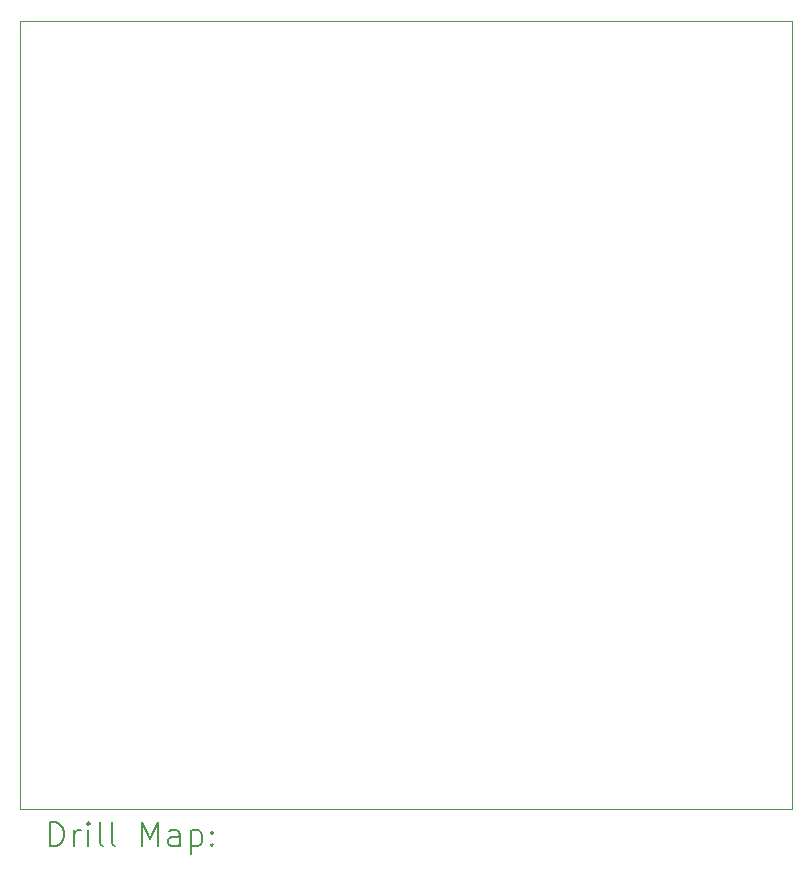
<source format=gbr>
%TF.GenerationSoftware,KiCad,Pcbnew,7.0.5*%
%TF.CreationDate,2023-06-14T13:19:43+10:00*%
%TF.ProjectId,NUcr,4e556372-2e6b-4696-9361-645f70636258,rev?*%
%TF.SameCoordinates,Original*%
%TF.FileFunction,Drillmap*%
%TF.FilePolarity,Positive*%
%FSLAX45Y45*%
G04 Gerber Fmt 4.5, Leading zero omitted, Abs format (unit mm)*
G04 Created by KiCad (PCBNEW 7.0.5) date 2023-06-14 13:19:43*
%MOMM*%
%LPD*%
G01*
G04 APERTURE LIST*
%ADD10C,0.100000*%
%ADD11C,0.200000*%
G04 APERTURE END LIST*
D10*
X6858000Y-5016500D02*
X13398500Y-5016500D01*
X13398500Y-11684000D01*
X6858000Y-11684000D01*
X6858000Y-5016500D01*
D11*
X7113777Y-12000484D02*
X7113777Y-11800484D01*
X7113777Y-11800484D02*
X7161396Y-11800484D01*
X7161396Y-11800484D02*
X7189967Y-11810008D01*
X7189967Y-11810008D02*
X7209015Y-11829055D01*
X7209015Y-11829055D02*
X7218539Y-11848103D01*
X7218539Y-11848103D02*
X7228062Y-11886198D01*
X7228062Y-11886198D02*
X7228062Y-11914769D01*
X7228062Y-11914769D02*
X7218539Y-11952865D01*
X7218539Y-11952865D02*
X7209015Y-11971912D01*
X7209015Y-11971912D02*
X7189967Y-11990960D01*
X7189967Y-11990960D02*
X7161396Y-12000484D01*
X7161396Y-12000484D02*
X7113777Y-12000484D01*
X7313777Y-12000484D02*
X7313777Y-11867150D01*
X7313777Y-11905246D02*
X7323301Y-11886198D01*
X7323301Y-11886198D02*
X7332824Y-11876674D01*
X7332824Y-11876674D02*
X7351872Y-11867150D01*
X7351872Y-11867150D02*
X7370920Y-11867150D01*
X7437586Y-12000484D02*
X7437586Y-11867150D01*
X7437586Y-11800484D02*
X7428062Y-11810008D01*
X7428062Y-11810008D02*
X7437586Y-11819531D01*
X7437586Y-11819531D02*
X7447110Y-11810008D01*
X7447110Y-11810008D02*
X7437586Y-11800484D01*
X7437586Y-11800484D02*
X7437586Y-11819531D01*
X7561396Y-12000484D02*
X7542348Y-11990960D01*
X7542348Y-11990960D02*
X7532824Y-11971912D01*
X7532824Y-11971912D02*
X7532824Y-11800484D01*
X7666158Y-12000484D02*
X7647110Y-11990960D01*
X7647110Y-11990960D02*
X7637586Y-11971912D01*
X7637586Y-11971912D02*
X7637586Y-11800484D01*
X7894729Y-12000484D02*
X7894729Y-11800484D01*
X7894729Y-11800484D02*
X7961396Y-11943341D01*
X7961396Y-11943341D02*
X8028062Y-11800484D01*
X8028062Y-11800484D02*
X8028062Y-12000484D01*
X8209015Y-12000484D02*
X8209015Y-11895722D01*
X8209015Y-11895722D02*
X8199491Y-11876674D01*
X8199491Y-11876674D02*
X8180443Y-11867150D01*
X8180443Y-11867150D02*
X8142348Y-11867150D01*
X8142348Y-11867150D02*
X8123301Y-11876674D01*
X8209015Y-11990960D02*
X8189967Y-12000484D01*
X8189967Y-12000484D02*
X8142348Y-12000484D01*
X8142348Y-12000484D02*
X8123301Y-11990960D01*
X8123301Y-11990960D02*
X8113777Y-11971912D01*
X8113777Y-11971912D02*
X8113777Y-11952865D01*
X8113777Y-11952865D02*
X8123301Y-11933817D01*
X8123301Y-11933817D02*
X8142348Y-11924293D01*
X8142348Y-11924293D02*
X8189967Y-11924293D01*
X8189967Y-11924293D02*
X8209015Y-11914769D01*
X8304253Y-11867150D02*
X8304253Y-12067150D01*
X8304253Y-11876674D02*
X8323301Y-11867150D01*
X8323301Y-11867150D02*
X8361396Y-11867150D01*
X8361396Y-11867150D02*
X8380443Y-11876674D01*
X8380443Y-11876674D02*
X8389967Y-11886198D01*
X8389967Y-11886198D02*
X8399491Y-11905246D01*
X8399491Y-11905246D02*
X8399491Y-11962388D01*
X8399491Y-11962388D02*
X8389967Y-11981436D01*
X8389967Y-11981436D02*
X8380443Y-11990960D01*
X8380443Y-11990960D02*
X8361396Y-12000484D01*
X8361396Y-12000484D02*
X8323301Y-12000484D01*
X8323301Y-12000484D02*
X8304253Y-11990960D01*
X8485205Y-11981436D02*
X8494729Y-11990960D01*
X8494729Y-11990960D02*
X8485205Y-12000484D01*
X8485205Y-12000484D02*
X8475682Y-11990960D01*
X8475682Y-11990960D02*
X8485205Y-11981436D01*
X8485205Y-11981436D02*
X8485205Y-12000484D01*
X8485205Y-11876674D02*
X8494729Y-11886198D01*
X8494729Y-11886198D02*
X8485205Y-11895722D01*
X8485205Y-11895722D02*
X8475682Y-11886198D01*
X8475682Y-11886198D02*
X8485205Y-11876674D01*
X8485205Y-11876674D02*
X8485205Y-11895722D01*
M02*

</source>
